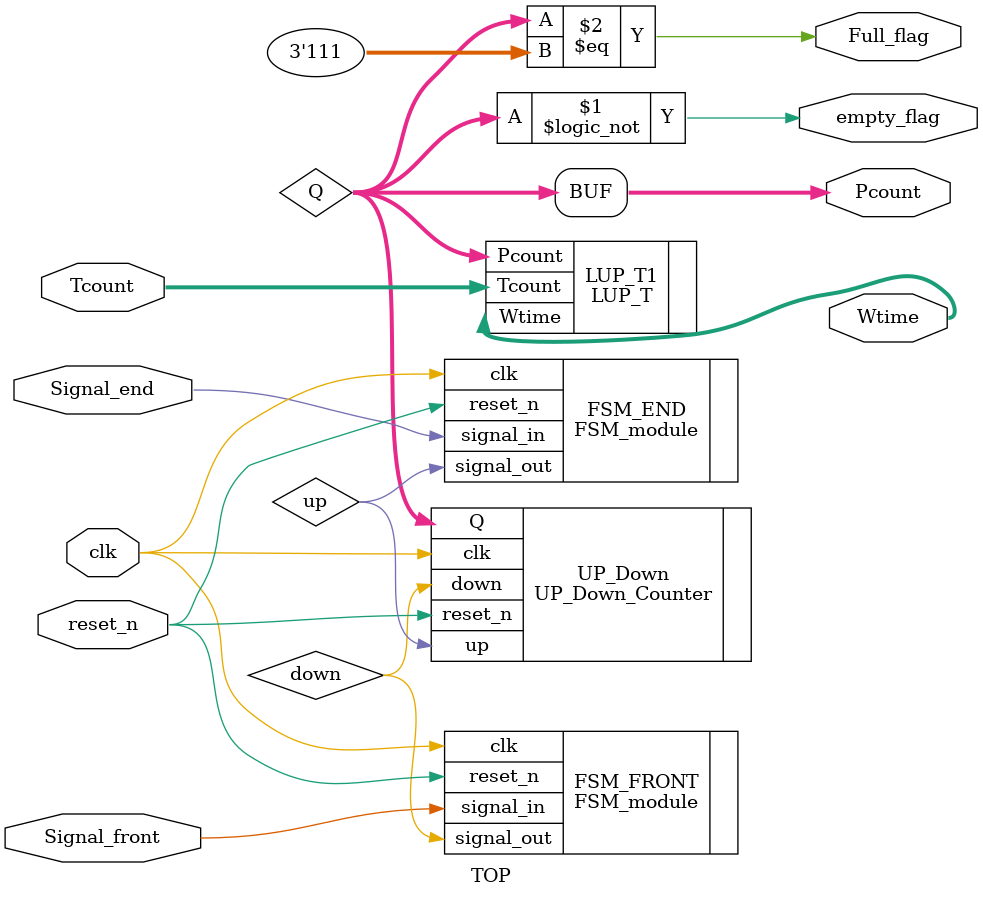
<source format=v>
`timescale 1ns / 1ps

module TOP
    #(parameter N= 3 )(
    input clk, reset_n,
    input Signal_end,
    input Signal_front,
    input [N-1 : 0 ] Tcount,
    output [N-1 : 0 ] Pcount,
    output [ 2*N  : 0 ] Wtime,
    output empty_flag,
    output Full_flag
    );
    
   wire up,down;
   wire [N - 1:0] Q ;
    FSM_module FSM_END(
    .clk(clk),
    .reset_n(reset_n),
    .signal_in(Signal_end),
    .signal_out(up)
    );
    
    FSM_module FSM_FRONT(
    .clk(clk),
    .reset_n(reset_n),
    .signal_in(Signal_front),
    .signal_out(down)
    );
    
    UP_Down_Counter #(.BITS(N)) UP_Down(
        .clk(clk),
        .reset_n(reset_n),
        .up(up),
        .down(down),
        .Q(Q)
           );
           
    LUP_T #(.N(N))LUP_T1(
        .Tcount(Tcount),
        .Pcount(Q),
        .Wtime(Wtime)
    );
    
    assign Pcount = Q;
    assign empty_flag = (Q==0);
    assign Full_flag = (Q== 3'b111);
endmodule

</source>
